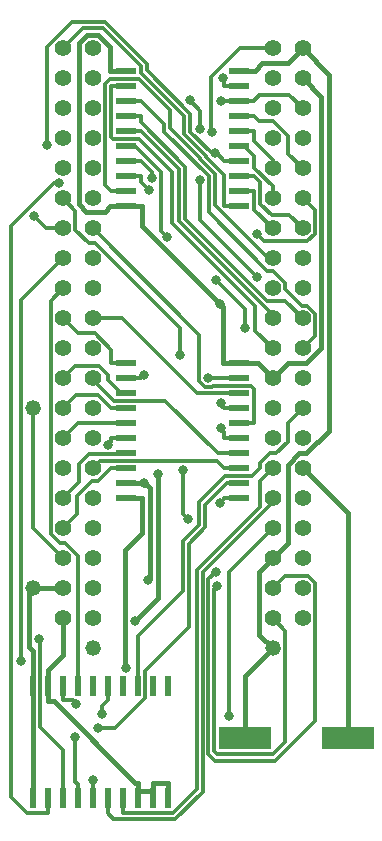
<source format=gtl>
G04 #@! TF.GenerationSoftware,KiCad,Pcbnew,8.0.1*
G04 #@! TF.CreationDate,2024-03-30T15:42:24-03:00*
G04 #@! TF.ProjectId,Sombrero_MSX_Goa'uld,536f6d62-7265-4726-9f5f-4d53585f476f,rev?*
G04 #@! TF.SameCoordinates,Original*
G04 #@! TF.FileFunction,Copper,L1,Top*
G04 #@! TF.FilePolarity,Positive*
%FSLAX46Y46*%
G04 Gerber Fmt 4.6, Leading zero omitted, Abs format (unit mm)*
G04 Created by KiCad (PCBNEW 8.0.1) date 2024-03-30 15:42:24*
%MOMM*%
%LPD*%
G01*
G04 APERTURE LIST*
G04 #@! TA.AperFunction,ComponentPad*
%ADD10C,1.400000*%
G04 #@! TD*
G04 #@! TA.AperFunction,SMDPad,CuDef*
%ADD11R,1.803400X0.533400*%
G04 #@! TD*
G04 #@! TA.AperFunction,ComponentPad*
%ADD12C,1.320800*%
G04 #@! TD*
G04 #@! TA.AperFunction,SMDPad,CuDef*
%ADD13R,0.533400X1.803400*%
G04 #@! TD*
G04 #@! TA.AperFunction,SMDPad,CuDef*
%ADD14R,4.400000X1.900000*%
G04 #@! TD*
G04 #@! TA.AperFunction,ViaPad*
%ADD15C,0.800000*%
G04 #@! TD*
G04 #@! TA.AperFunction,Conductor*
%ADD16C,0.450000*%
G04 #@! TD*
G04 #@! TA.AperFunction,Conductor*
%ADD17C,0.300000*%
G04 #@! TD*
G04 APERTURE END LIST*
D10*
X187960000Y-73660000D03*
X187960000Y-76200000D03*
X187960000Y-78740000D03*
X187960000Y-81280000D03*
X187960000Y-83820000D03*
X187960000Y-86360000D03*
X187960000Y-88900000D03*
X187960000Y-91440000D03*
X187960000Y-93980000D03*
X187960000Y-96520000D03*
X187960000Y-99060000D03*
X187960000Y-101600000D03*
X187960000Y-104140000D03*
X187960000Y-106680000D03*
X187960000Y-109220000D03*
X187960000Y-111760000D03*
X187960000Y-114300000D03*
X187960000Y-116840000D03*
X187960000Y-119380000D03*
X187960000Y-121920000D03*
X208280000Y-121920000D03*
X208280000Y-119380000D03*
X208280000Y-116840000D03*
X208280000Y-114300000D03*
X208280000Y-111760000D03*
X208280000Y-109220000D03*
X208280000Y-106680000D03*
X208280000Y-104140000D03*
X208280000Y-101600000D03*
X208280000Y-99060000D03*
X208280000Y-96520000D03*
X208280000Y-93980000D03*
X208280000Y-91440000D03*
X208280000Y-88900000D03*
X208280000Y-86360000D03*
X208280000Y-83820000D03*
X208280000Y-81280000D03*
X208280000Y-78740000D03*
X208280000Y-76200000D03*
X208280000Y-73660000D03*
D11*
X202895200Y-111760000D03*
X202895200Y-110490000D03*
X202895200Y-109220000D03*
X202895200Y-107950000D03*
X202895200Y-106680000D03*
X202895200Y-105410000D03*
X202895200Y-104140000D03*
X202895200Y-102870000D03*
X202895200Y-101600000D03*
X202895200Y-100330000D03*
X193344800Y-100330000D03*
X193344800Y-101600000D03*
X193344800Y-102870000D03*
X193344800Y-104140000D03*
X193344800Y-105410000D03*
X193344800Y-106680000D03*
X193344800Y-107950000D03*
X193344800Y-109220000D03*
X193344800Y-110490000D03*
X193344800Y-111760000D03*
X193344800Y-75565000D03*
X193344800Y-76835000D03*
X193344800Y-78105000D03*
X193344800Y-79375000D03*
X193344800Y-80645000D03*
X193344800Y-81915000D03*
X193344800Y-83185000D03*
X193344800Y-84455000D03*
X193344800Y-85725000D03*
X193344800Y-86995000D03*
X202895200Y-86995000D03*
X202895200Y-85725000D03*
X202895200Y-84455000D03*
X202895200Y-83185000D03*
X202895200Y-81915000D03*
X202895200Y-80645000D03*
X202895200Y-79375000D03*
X202895200Y-78105000D03*
X202895200Y-76835000D03*
X202895200Y-75565000D03*
D10*
X190500000Y-73660000D03*
X190500000Y-76200000D03*
X190500000Y-78740000D03*
X190500000Y-81280000D03*
X190500000Y-83820000D03*
X190500000Y-86360000D03*
X190500000Y-88900000D03*
X190500000Y-91440000D03*
X190500000Y-93980000D03*
X190500000Y-96520000D03*
X190500000Y-99060000D03*
X190500000Y-101600000D03*
X190500000Y-104140000D03*
X190500000Y-106680000D03*
X190500000Y-109220000D03*
X190500000Y-111760000D03*
X190500000Y-114300000D03*
X190500000Y-116840000D03*
X190500000Y-119380000D03*
X190500000Y-121920000D03*
X205740000Y-121920000D03*
X205740000Y-119380000D03*
X205740000Y-116840000D03*
X205740000Y-114300000D03*
X205740000Y-111760000D03*
X205740000Y-109220000D03*
X205740000Y-106680000D03*
X205740000Y-104140000D03*
X205740000Y-101600000D03*
X205740000Y-99060000D03*
X205740000Y-96520000D03*
X205740000Y-93980000D03*
X205740000Y-91440000D03*
X205740000Y-88900000D03*
X205740000Y-86360000D03*
X205740000Y-83820000D03*
X205740000Y-81280000D03*
X205740000Y-78740000D03*
X205740000Y-76200000D03*
X205740000Y-73660000D03*
D12*
X185420000Y-119380000D03*
X185420000Y-104140000D03*
X205740000Y-124460000D03*
X190500000Y-124460000D03*
D13*
X185420000Y-137160000D03*
X186690000Y-137160000D03*
X187960000Y-137160000D03*
X189230000Y-137160000D03*
X190500000Y-137160000D03*
X191770000Y-137160000D03*
X193040000Y-137160000D03*
X194310000Y-137160000D03*
X195580000Y-137160000D03*
X196850000Y-137160000D03*
X196850000Y-127609600D03*
X195580000Y-127609600D03*
X194310000Y-127609600D03*
X193040000Y-127609600D03*
X191770000Y-127609600D03*
X190500000Y-127609600D03*
X189230000Y-127609600D03*
X187960000Y-127609600D03*
X186690000Y-127609600D03*
X185420000Y-127609600D03*
D14*
X203390000Y-132080000D03*
X212090000Y-132080000D03*
D15*
X193371800Y-126097200D03*
X194896200Y-110462000D03*
X201321700Y-95333600D03*
X195177100Y-118654600D03*
X194073300Y-122155400D03*
X196006600Y-109695000D03*
X189052400Y-131991900D03*
X195502700Y-84608500D03*
X195249500Y-85622200D03*
X201067700Y-119206200D03*
X200917800Y-117955700D03*
X187699700Y-85090000D03*
X190988000Y-131206700D03*
X201361000Y-105835000D03*
X201391300Y-103670700D03*
X200277300Y-101524100D03*
X196794700Y-89612300D03*
X201507100Y-76200800D03*
X198730300Y-78056500D03*
X199569800Y-84787300D03*
X204406900Y-93014000D03*
X199622800Y-80512900D03*
X200635900Y-80758100D03*
X201297700Y-112116400D03*
X200881700Y-82549800D03*
X186615500Y-81875200D03*
X204418500Y-89354000D03*
X200966700Y-93225600D03*
X203446400Y-97365900D03*
X202069200Y-130205800D03*
X190500000Y-135627500D03*
X185957300Y-123647100D03*
X201347200Y-78104700D03*
X191300100Y-130030400D03*
X184405000Y-125522300D03*
X185519200Y-87852300D03*
X198195500Y-109323900D03*
X197900000Y-99593500D03*
X198589200Y-113482400D03*
X189086200Y-129121800D03*
X194870500Y-101322700D03*
X191827500Y-107231500D03*
D16*
X185420000Y-124665800D02*
X185130400Y-124376200D01*
X193344800Y-111760000D02*
X194673400Y-111760000D01*
X194673400Y-114655500D02*
X193210500Y-116118400D01*
X185130400Y-124376200D02*
X185130400Y-119669600D01*
X193210500Y-116118400D02*
X193210500Y-125935900D01*
X185420000Y-119380000D02*
X187960000Y-119380000D01*
X185420000Y-126281000D02*
X185420000Y-124665800D01*
X185420000Y-127609600D02*
X185420000Y-126281000D01*
X194673400Y-111760000D02*
X194673400Y-114655500D01*
X193210500Y-125935900D02*
X193371800Y-126097200D01*
X185130400Y-119669600D02*
X185420000Y-119380000D01*
X185420000Y-137160000D02*
X185420000Y-127609600D01*
X192016200Y-73569700D02*
X192016200Y-75565000D01*
X196850000Y-135831400D02*
X195580000Y-135831400D01*
X193344800Y-110490000D02*
X194673400Y-110490000D01*
X186690000Y-126945300D02*
X186690000Y-126281000D01*
X187210200Y-128938200D02*
X194103400Y-135831400D01*
X204470000Y-100330000D02*
X202895200Y-100330000D01*
X209872900Y-77792900D02*
X209872900Y-99036700D01*
X191523100Y-87488100D02*
X189977400Y-87488100D01*
X193344800Y-86995000D02*
X194673400Y-86995000D01*
X202895200Y-100330000D02*
X201566600Y-100330000D01*
X186690000Y-128938200D02*
X187210200Y-128938200D01*
X212090000Y-132080000D02*
X212090000Y-130703100D01*
X201566600Y-100330000D02*
X201566600Y-95578500D01*
X208579600Y-100330000D02*
X207010000Y-100330000D01*
X208280000Y-76200000D02*
X209872900Y-77792900D01*
X207010000Y-100330000D02*
X205740000Y-101600000D01*
X194310000Y-136495700D02*
X194310000Y-135831400D01*
X189354800Y-86865500D02*
X189354800Y-73177000D01*
X194103400Y-135831400D02*
X194310000Y-135831400D01*
X195580000Y-136495700D02*
X195580000Y-135831400D01*
X193344800Y-75565000D02*
X192016200Y-75565000D01*
X186690000Y-127609600D02*
X186690000Y-128938200D01*
X212090000Y-113030000D02*
X208280000Y-109220000D01*
X195340000Y-110905800D02*
X194896200Y-110462000D01*
X194701400Y-110462000D02*
X194896200Y-110462000D01*
X189354800Y-73177000D02*
X190032400Y-72499400D01*
X195177100Y-118654600D02*
X195340000Y-118491700D01*
X195340000Y-118491700D02*
X195340000Y-110905800D01*
X186690000Y-126281000D02*
X187960000Y-125011000D01*
X190032400Y-72499400D02*
X190945900Y-72499400D01*
X186690000Y-126945300D02*
X186690000Y-127609600D01*
X189977400Y-87488100D02*
X189354800Y-86865500D01*
X193344800Y-86995000D02*
X192016200Y-86995000D01*
X190945900Y-72499400D02*
X192016200Y-73569700D01*
X195580000Y-136495700D02*
X194310000Y-136495700D01*
X209872900Y-99036700D02*
X208579600Y-100330000D01*
X212090000Y-130703100D02*
X212090000Y-113030000D01*
X201321700Y-95333600D02*
X194673400Y-88685300D01*
X192016200Y-86995000D02*
X191523100Y-87488100D01*
X194673400Y-88685300D02*
X194673400Y-86995000D01*
X194310000Y-137160000D02*
X194310000Y-136495700D01*
X195580000Y-137160000D02*
X195580000Y-136495700D01*
X196850000Y-137160000D02*
X196850000Y-135831400D01*
X201566600Y-95578500D02*
X201321700Y-95333600D01*
X194673400Y-110490000D02*
X194701400Y-110462000D01*
X205740000Y-101600000D02*
X204470000Y-100330000D01*
X187960000Y-125011000D02*
X187960000Y-121920000D01*
X194073300Y-122155400D02*
X196006600Y-120222100D01*
X196006600Y-120222100D02*
X196006600Y-109695000D01*
D17*
X189230000Y-135906400D02*
X189052400Y-135728800D01*
X189052400Y-135728800D02*
X189052400Y-131991900D01*
X189230000Y-137160000D02*
X189230000Y-135906400D01*
X205740000Y-112062500D02*
X205740000Y-111760000D01*
X191770000Y-137160000D02*
X191770000Y-138413600D01*
X199813800Y-136587900D02*
X199813800Y-117988700D01*
X197486200Y-138915500D02*
X199813800Y-136587900D01*
X199813800Y-117988700D02*
X205740000Y-112062500D01*
X191770000Y-138413600D02*
X192271900Y-138915500D01*
X192271900Y-138915500D02*
X197486200Y-138915500D01*
X196547900Y-80054500D02*
X194598400Y-78105000D01*
X208618700Y-95427000D02*
X208222700Y-95427000D01*
X206818500Y-94022800D02*
X206818500Y-93517700D01*
X200323300Y-84475900D02*
X196547900Y-80700500D01*
X206818500Y-93517700D02*
X205792700Y-92491900D01*
X209293300Y-98046700D02*
X209293300Y-96101600D01*
X205284000Y-92491900D02*
X200323300Y-87531200D01*
X193344800Y-78105000D02*
X194598400Y-78105000D01*
X208222700Y-95427000D02*
X206818500Y-94022800D01*
X205792700Y-92491900D02*
X205284000Y-92491900D01*
X209293300Y-96101600D02*
X208618700Y-95427000D01*
X208280000Y-99060000D02*
X209293300Y-98046700D01*
X200323300Y-87531200D02*
X200323300Y-84475900D01*
X196547900Y-80700500D02*
X196547900Y-80054500D01*
X192261500Y-81291200D02*
X192091200Y-81120900D01*
X204250400Y-95435200D02*
X197258500Y-88443300D01*
X197258500Y-84103600D02*
X194446100Y-81291200D01*
X205740000Y-99060000D02*
X204250400Y-97570400D01*
X204250400Y-97570400D02*
X204250400Y-95435200D01*
X193344800Y-76835000D02*
X192091200Y-76835000D01*
X197258500Y-88443300D02*
X197258500Y-84103600D01*
X194446100Y-81291200D02*
X192261500Y-81291200D01*
X192091200Y-81120900D02*
X192091200Y-76835000D01*
X205304400Y-95031900D02*
X198348200Y-88075700D01*
X194598400Y-79915300D02*
X194598400Y-79375000D01*
X198348200Y-88075700D02*
X198348200Y-83665100D01*
X206791900Y-95031900D02*
X205304400Y-95031900D01*
X198348200Y-83665100D02*
X194598400Y-79915300D01*
X208280000Y-96520000D02*
X206791900Y-95031900D01*
X193344800Y-79375000D02*
X194598400Y-79375000D01*
X195502700Y-84089300D02*
X195502700Y-84608500D01*
X194598400Y-83185000D02*
X195502700Y-84089300D01*
X193344800Y-83185000D02*
X194598400Y-83185000D01*
X194598400Y-84971100D02*
X194598400Y-84455000D01*
X195249500Y-85622200D02*
X194598400Y-84971100D01*
X193344800Y-84455000D02*
X194598400Y-84455000D01*
X201045500Y-133403900D02*
X200823300Y-133181700D01*
X205765500Y-133403900D02*
X201045500Y-133403900D01*
X206776700Y-132392700D02*
X205765500Y-133403900D01*
X200823300Y-119450600D02*
X201067700Y-119206200D01*
X205740000Y-121920000D02*
X206776700Y-122956700D01*
X206776700Y-122956700D02*
X206776700Y-132392700D01*
X200823300Y-133181700D02*
X200823300Y-119450600D01*
X208703500Y-118307700D02*
X209345400Y-118949600D01*
X200315700Y-118557800D02*
X200917800Y-117955700D01*
X200850500Y-133954900D02*
X200315700Y-133420100D01*
X209345400Y-130570200D02*
X205960700Y-133954900D01*
X205960700Y-133954900D02*
X200850500Y-133954900D01*
X200315700Y-133420100D02*
X200315700Y-118557800D01*
X209345400Y-118949600D02*
X209345400Y-130570200D01*
X205740000Y-119380000D02*
X206812300Y-118307700D01*
X206812300Y-118307700D02*
X208703500Y-118307700D01*
X199311900Y-136380100D02*
X199311900Y-117778900D01*
X197278400Y-138413600D02*
X199311900Y-136380100D01*
X199311900Y-117778900D02*
X204639900Y-112450900D01*
X193040000Y-137160000D02*
X193040000Y-138413600D01*
X204639900Y-110320100D02*
X205740000Y-109220000D01*
X204639900Y-112450900D02*
X204639900Y-110320100D01*
X193040000Y-138413600D02*
X197278400Y-138413600D01*
X184949200Y-138413600D02*
X186690000Y-138413600D01*
X187218300Y-85090000D02*
X183585000Y-88723300D01*
X187699700Y-85090000D02*
X187218300Y-85090000D01*
X186690000Y-137160000D02*
X186690000Y-138413600D01*
X183585000Y-88723300D02*
X183585000Y-137049400D01*
X183585000Y-137049400D02*
X184949200Y-138413600D01*
X194928600Y-126356000D02*
X194928600Y-128696000D01*
X198623300Y-122661300D02*
X194928600Y-126356000D01*
X198623300Y-115598500D02*
X198623300Y-122661300D01*
X201860900Y-110490000D02*
X200031600Y-112319300D01*
X192417900Y-131206700D02*
X190988000Y-131206700D01*
X200031600Y-114190200D02*
X198623300Y-115598500D01*
X202895200Y-110490000D02*
X201860900Y-110490000D01*
X194928600Y-128696000D02*
X192417900Y-131206700D01*
X200031600Y-112319300D02*
X200031600Y-114190200D01*
X202895200Y-109220000D02*
X201641600Y-109220000D01*
X191148100Y-108571900D02*
X200993500Y-108571900D01*
X190500000Y-109220000D02*
X191148100Y-108571900D01*
X200993500Y-108571900D02*
X201641600Y-109220000D01*
X190500000Y-101691300D02*
X192297300Y-103488600D01*
X190500000Y-101600000D02*
X190500000Y-101691300D01*
X196617900Y-103488600D02*
X201079300Y-107950000D01*
X192297300Y-103488600D02*
X196617900Y-103488600D01*
X201079300Y-107950000D02*
X202895200Y-107950000D01*
X201641600Y-106115600D02*
X201361000Y-105835000D01*
X202895200Y-106680000D02*
X201641600Y-106680000D01*
X201641600Y-106680000D02*
X201641600Y-106115600D01*
X204148800Y-102457500D02*
X203942700Y-102251400D01*
X203942700Y-102251400D02*
X200723400Y-102251400D01*
X200723400Y-102251400D02*
X200636900Y-102337900D01*
X199494800Y-97894800D02*
X190500000Y-88900000D01*
X202895200Y-105410000D02*
X204148800Y-105410000D01*
X204148800Y-105410000D02*
X204148800Y-102457500D01*
X200636900Y-102337900D02*
X199994400Y-102337900D01*
X199494800Y-101838300D02*
X199494800Y-97894800D01*
X199994400Y-102337900D02*
X199494800Y-101838300D01*
X202895200Y-104140000D02*
X201641600Y-104140000D01*
X201641600Y-104140000D02*
X201391300Y-103889700D01*
X201391300Y-103889700D02*
X201391300Y-103670700D01*
X202895200Y-102870000D02*
X201641600Y-102870000D01*
X199317200Y-102870000D02*
X201641600Y-102870000D01*
X192967200Y-96520000D02*
X199317200Y-102870000D01*
X190500000Y-96520000D02*
X192967200Y-96520000D01*
X201565700Y-101524100D02*
X201641600Y-101600000D01*
X200277300Y-101524100D02*
X201565700Y-101524100D01*
X202895200Y-101600000D02*
X201641600Y-101600000D01*
X197846300Y-88301600D02*
X197846300Y-83892900D01*
X193344800Y-80645000D02*
X194598400Y-80645000D01*
X197846300Y-83892900D02*
X194598400Y-80645000D01*
X205740000Y-96195300D02*
X197846300Y-88301600D01*
X205740000Y-96520000D02*
X205740000Y-96195300D01*
X196256200Y-89073800D02*
X196256200Y-84092500D01*
X194078700Y-81915000D02*
X193344800Y-81915000D01*
X196794700Y-89612300D02*
X196256200Y-89073800D01*
X196256200Y-84092500D02*
X194078700Y-81915000D01*
X205374500Y-91440000D02*
X200825200Y-86890700D01*
X205740000Y-91440000D02*
X205374500Y-91440000D01*
X199578400Y-82951300D02*
X199578300Y-82951300D01*
X200825200Y-84268100D02*
X199578400Y-83021300D01*
X191984200Y-76216400D02*
X191570700Y-76629900D01*
X199578400Y-83021300D02*
X199578400Y-82951300D01*
X191570700Y-85204500D02*
X192091200Y-85725000D01*
X197051300Y-78864000D02*
X194403700Y-76216400D01*
X193344800Y-85725000D02*
X192091200Y-85725000D01*
X191570700Y-76629900D02*
X191570700Y-85204500D01*
X199578300Y-82951300D02*
X197051300Y-80424300D01*
X197051300Y-80424300D02*
X197051300Y-78864000D01*
X200825200Y-86890700D02*
X200825200Y-84268100D01*
X194403700Y-76216400D02*
X191984200Y-76216400D01*
X202895200Y-85725000D02*
X204148800Y-85725000D01*
X204148800Y-87308800D02*
X205740000Y-88900000D01*
X204148800Y-85725000D02*
X204148800Y-87308800D01*
X205740000Y-86360000D02*
X205740000Y-85333200D01*
X203334800Y-81915000D02*
X202895200Y-81915000D01*
X204148800Y-82729000D02*
X203334800Y-81915000D01*
X205740000Y-85333200D02*
X204148800Y-83742000D01*
X204148800Y-83742000D02*
X204148800Y-82729000D01*
X204148800Y-81519200D02*
X204148800Y-80645000D01*
X205740000Y-83820000D02*
X205740000Y-83110400D01*
X202895200Y-80645000D02*
X204148800Y-80645000D01*
X205740000Y-83110400D02*
X204148800Y-81519200D01*
X201641600Y-76335300D02*
X201507100Y-76200800D01*
X202895200Y-76835000D02*
X201641600Y-76835000D01*
X201641600Y-76835000D02*
X201641600Y-76335300D01*
X198730300Y-78056500D02*
X199622800Y-78949000D01*
X199569800Y-88176900D02*
X199569800Y-84787300D01*
X204406900Y-93014000D02*
X199569800Y-88176900D01*
X199622800Y-78949000D02*
X199622800Y-80512900D01*
X205740000Y-73660000D02*
X202983500Y-73660000D01*
X200563600Y-76079900D02*
X200563600Y-80685800D01*
X202983500Y-73660000D02*
X200563600Y-76079900D01*
X200563600Y-80685800D02*
X200635900Y-80758100D01*
X201641600Y-111760000D02*
X201641600Y-111772500D01*
X202895200Y-111760000D02*
X201641600Y-111760000D01*
X185420000Y-114300000D02*
X187960000Y-116840000D01*
X185420000Y-104140000D02*
X185420000Y-114300000D01*
X201641600Y-111772500D02*
X201297700Y-112116400D01*
X194627100Y-75726200D02*
X194627100Y-75168400D01*
X200080300Y-82743500D02*
X198903900Y-81567100D01*
X201641600Y-86995000D02*
X201641600Y-84374800D01*
X191362900Y-71904200D02*
X189715800Y-71904200D01*
X198903800Y-81567100D02*
X198276800Y-80940100D01*
X198276800Y-79375900D02*
X194627100Y-75726200D01*
X189715800Y-71904200D02*
X187960000Y-73660000D01*
X200080300Y-82813500D02*
X200080300Y-82743500D01*
X201641600Y-84374800D02*
X200080300Y-82813500D01*
X198903900Y-81567100D02*
X198903800Y-81567100D01*
X198276800Y-80940100D02*
X198276800Y-79375900D01*
X194627100Y-75168400D02*
X191362900Y-71904200D01*
X202895200Y-86995000D02*
X201641600Y-86995000D01*
X204688100Y-84994300D02*
X204688100Y-86798300D01*
X205657300Y-87767500D02*
X207147500Y-87767500D01*
X204688100Y-86798300D02*
X205657300Y-87767500D01*
X204148800Y-84455000D02*
X204688100Y-84994300D01*
X202895200Y-84455000D02*
X204148800Y-84455000D01*
X207147500Y-87767500D02*
X208280000Y-88900000D01*
X205054400Y-89989900D02*
X204418500Y-89354000D01*
X195129000Y-75518400D02*
X198778700Y-79168100D01*
X186615500Y-81875200D02*
X186615500Y-73566500D01*
X202895200Y-83185000D02*
X201641600Y-83185000D01*
X191577800Y-71390900D02*
X195129000Y-74942100D01*
X186615500Y-73566500D02*
X188791100Y-71390900D01*
X208644400Y-89989900D02*
X205054400Y-89989900D01*
X201641600Y-83185000D02*
X201006400Y-82549800D01*
X200596300Y-82549800D02*
X200881700Y-82549800D01*
X209293300Y-89341000D02*
X208644400Y-89989900D01*
X188791100Y-71390900D02*
X191577800Y-71390900D01*
X209293300Y-87373300D02*
X209293300Y-89341000D01*
X201006400Y-82549800D02*
X200881700Y-82549800D01*
X195129000Y-74942100D02*
X195129000Y-75518400D01*
X208280000Y-86360000D02*
X209293300Y-87373300D01*
X198778800Y-80732300D02*
X200596300Y-82549800D01*
X198778700Y-80732300D02*
X198778800Y-80732300D01*
X198778700Y-79168100D02*
X198778700Y-80732300D01*
X203446400Y-95705300D02*
X200966700Y-93225600D01*
X204576700Y-79802900D02*
X204148800Y-79375000D01*
X202895200Y-79375000D02*
X204148800Y-79375000D01*
X203446400Y-97365900D02*
X203446400Y-95705300D01*
X207047200Y-82587200D02*
X207047200Y-81085700D01*
X205764400Y-79802900D02*
X204576700Y-79802900D01*
X208280000Y-83820000D02*
X207047200Y-82587200D01*
X207047200Y-81085700D02*
X205764400Y-79802900D01*
X205740000Y-114300000D02*
X202069200Y-117970800D01*
X202069200Y-117970800D02*
X202069200Y-130205800D01*
X190500000Y-135906400D02*
X190500000Y-135627500D01*
X190500000Y-137160000D02*
X190500000Y-135906400D01*
X186038600Y-123728400D02*
X186038600Y-131116300D01*
X185957300Y-123647100D02*
X186038600Y-123728400D01*
X187960000Y-133037700D02*
X187960000Y-137160000D01*
X186038600Y-131116300D02*
X187960000Y-133037700D01*
X207168700Y-77628700D02*
X208280000Y-78740000D01*
X201641300Y-78104700D02*
X201641600Y-78105000D01*
X204148800Y-78105000D02*
X204625100Y-77628700D01*
X202895200Y-78105000D02*
X201641600Y-78105000D01*
X204625100Y-77628700D02*
X207168700Y-77628700D01*
X201347200Y-78104700D02*
X201641300Y-78104700D01*
X202895200Y-78105000D02*
X204148800Y-78105000D01*
D16*
X204223800Y-75565000D02*
X204858800Y-74930000D01*
X207038000Y-115542000D02*
X207038000Y-108912600D01*
X207010000Y-74930000D02*
X208280000Y-73660000D01*
X208597900Y-107950000D02*
X210525700Y-106022200D01*
X210525700Y-106022200D02*
X210525700Y-75905700D01*
X205740000Y-116840000D02*
X207038000Y-115542000D01*
X210525700Y-75905700D02*
X208280000Y-73660000D01*
X203390000Y-126810000D02*
X203390000Y-130703100D01*
X204603700Y-117976300D02*
X205740000Y-116840000D01*
X207038000Y-108912600D02*
X208000600Y-107950000D01*
X204858800Y-74930000D02*
X207010000Y-74930000D01*
X205740000Y-124460000D02*
X204603700Y-123323700D01*
X205740000Y-124460000D02*
X203390000Y-126810000D01*
X203390000Y-132080000D02*
X203390000Y-130703100D01*
X202895200Y-75565000D02*
X204223800Y-75565000D01*
X208000600Y-107950000D02*
X208597900Y-107950000D01*
X204603700Y-123323700D02*
X204603700Y-117976300D01*
D17*
X184405000Y-94995000D02*
X187960000Y-91440000D01*
X191770000Y-128863200D02*
X191300100Y-129333100D01*
X184405000Y-125522300D02*
X184405000Y-94995000D01*
X191300100Y-129333100D02*
X191300100Y-130030400D01*
X191770000Y-127609600D02*
X191770000Y-128863200D01*
X186938800Y-95001200D02*
X187960000Y-93980000D01*
X189230000Y-127609600D02*
X189230000Y-116659300D01*
X189230000Y-116659300D02*
X188140700Y-115570000D01*
X187734500Y-115570000D02*
X186938800Y-114774300D01*
X188140700Y-115570000D02*
X187734500Y-115570000D01*
X186938800Y-114774300D02*
X186938800Y-95001200D01*
X186566900Y-88900000D02*
X187960000Y-88900000D01*
X185519200Y-87852300D02*
X186566900Y-88900000D01*
X190727000Y-90170000D02*
X190209400Y-90170000D01*
X198195500Y-113088700D02*
X198589200Y-113482400D01*
X197900000Y-97343000D02*
X190727000Y-90170000D01*
X189029700Y-88990300D02*
X189029700Y-87429700D01*
X189029700Y-87429700D02*
X187960000Y-86360000D01*
X198195500Y-109323900D02*
X198195500Y-113088700D01*
X197900000Y-99593500D02*
X197900000Y-97343000D01*
X190209400Y-90170000D02*
X189029700Y-88990300D01*
X187960000Y-127609600D02*
X187960000Y-128863200D01*
X188827600Y-128863200D02*
X189086200Y-129121800D01*
X187960000Y-128863200D02*
X188827600Y-128863200D01*
X203959500Y-109871400D02*
X204677900Y-109153000D01*
X207031300Y-106938200D02*
X207031300Y-105388700D01*
X204677900Y-109153000D02*
X204677900Y-108776500D01*
X205504400Y-107950000D02*
X206019500Y-107950000D01*
X198120200Y-115391900D02*
X199529700Y-113982400D01*
X201753300Y-109871400D02*
X203959500Y-109871400D01*
X206019500Y-107950000D02*
X207031300Y-106938200D01*
X199529700Y-113982400D02*
X199529700Y-112095000D01*
X199529700Y-112095000D02*
X201753300Y-109871400D01*
X204677900Y-108776500D02*
X205504400Y-107950000D01*
X194310000Y-123430900D02*
X198120200Y-119620700D01*
X194310000Y-127609600D02*
X194310000Y-123430900D01*
X198120200Y-119620700D02*
X198120200Y-115391900D01*
X207031300Y-105388700D02*
X208280000Y-104140000D01*
X192091200Y-100330000D02*
X192091200Y-99154800D01*
X190726400Y-97790000D02*
X189230000Y-97790000D01*
X189230000Y-97790000D02*
X187960000Y-96520000D01*
X192091200Y-99154800D02*
X190726400Y-97790000D01*
X193344800Y-100330000D02*
X192091200Y-100330000D01*
X194598400Y-101600000D02*
X194598400Y-101594800D01*
X193344800Y-101600000D02*
X194598400Y-101600000D01*
X194598400Y-101594800D02*
X194870500Y-101322700D01*
X189024300Y-100535700D02*
X187960000Y-101600000D01*
X191820700Y-101329500D02*
X191026900Y-100535700D01*
X192919100Y-102870000D02*
X191820700Y-101771600D01*
X191820700Y-101771600D02*
X191820700Y-101329500D01*
X191026900Y-100535700D02*
X189024300Y-100535700D01*
X193344800Y-102870000D02*
X192919100Y-102870000D01*
X193344800Y-104140000D02*
X192091200Y-104140000D01*
X187960000Y-104140000D02*
X189071300Y-103028700D01*
X189071300Y-103028700D02*
X190979900Y-103028700D01*
X190979900Y-103028700D02*
X192091200Y-104140000D01*
X189230000Y-105410000D02*
X187960000Y-106680000D01*
X193344800Y-105410000D02*
X189230000Y-105410000D01*
X193344800Y-106680000D02*
X192091200Y-106680000D01*
X192091200Y-106680000D02*
X192091200Y-106967800D01*
X192091200Y-106967800D02*
X191827500Y-107231500D01*
X189387300Y-108833300D02*
X190197800Y-108022800D01*
X193272000Y-108022800D02*
X193344800Y-107950000D01*
X187960000Y-111760000D02*
X189387300Y-110332700D01*
X189387300Y-110332700D02*
X189387300Y-108833300D01*
X190197800Y-108022800D02*
X193272000Y-108022800D01*
X189210000Y-111561100D02*
X189210000Y-113050000D01*
X189210000Y-113050000D02*
X187960000Y-114300000D01*
X190998200Y-110313000D02*
X190458100Y-110313000D01*
X193344800Y-109220000D02*
X192091200Y-109220000D01*
X190458100Y-110313000D02*
X189210000Y-111561100D01*
X192091200Y-109220000D02*
X190998200Y-110313000D01*
M02*

</source>
